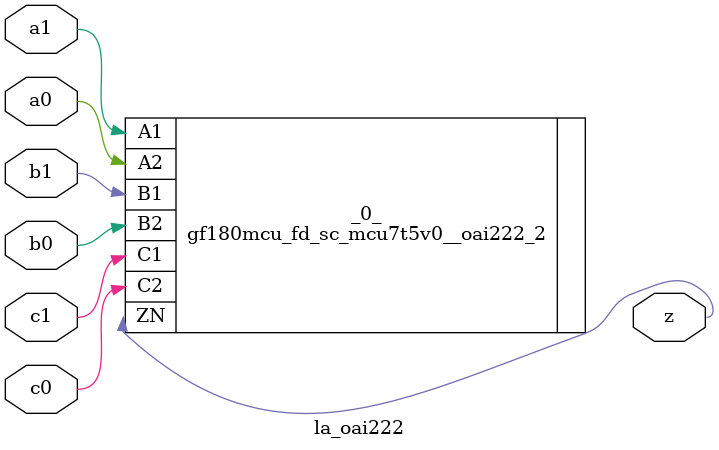
<source format=v>
/* Generated by Yosys 0.37 (git sha1 a5c7f69ed, clang 14.0.0-1ubuntu1.1 -fPIC -Os) */

module la_oai222(a0, a1, b0, b1, c0, c1, z);
  input a0;
  wire a0;
  input a1;
  wire a1;
  input b0;
  wire b0;
  input b1;
  wire b1;
  input c0;
  wire c0;
  input c1;
  wire c1;
  output z;
  wire z;
  gf180mcu_fd_sc_mcu7t5v0__oai222_2 _0_ (
    .A1(a1),
    .A2(a0),
    .B1(b1),
    .B2(b0),
    .C1(c1),
    .C2(c0),
    .ZN(z)
  );
endmodule

</source>
